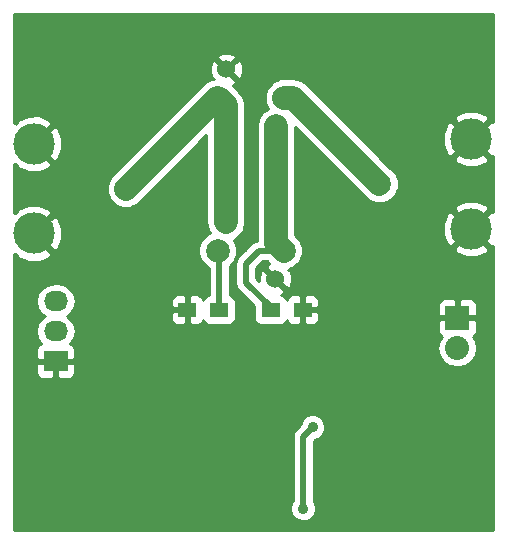
<source format=gbl>
%FSLAX46Y46*%
G04 Gerber Fmt 4.6, Leading zero omitted, Abs format (unit mm)*
G04 Created by KiCad (PCBNEW (2014-10-27 BZR 5228)-product) date 15/05/2015 07:51:36*
%MOMM*%
G01*
G04 APERTURE LIST*
%ADD10C,0.100000*%
%ADD11R,2.032000X2.032000*%
%ADD12O,2.032000X2.032000*%
%ADD13C,6.350000*%
%ADD14R,2.032000X1.727200*%
%ADD15O,2.032000X1.727200*%
%ADD16C,3.500000*%
%ADD17C,2.000000*%
%ADD18R,1.500000X1.300000*%
%ADD19C,1.998980*%
%ADD20C,1.524000*%
%ADD21C,0.889000*%
%ADD22C,0.500000*%
%ADD23C,2.000000*%
%ADD24C,0.254000*%
G04 APERTURE END LIST*
D10*
D11*
X160250000Y-126400000D03*
D12*
X160250000Y-128940000D03*
D13*
X126100000Y-141000000D03*
X159900000Y-141050000D03*
D14*
X126250000Y-130050000D03*
D15*
X126250000Y-127510000D03*
X126250000Y-124970000D03*
D16*
X124400000Y-111650000D03*
X124400000Y-119250000D03*
D17*
X132200000Y-115450000D03*
D16*
X161450000Y-118850000D03*
X161450000Y-111250000D03*
D17*
X153650000Y-115050000D03*
D18*
X144450000Y-125700000D03*
X147150000Y-125700000D03*
X137400000Y-125700000D03*
X140100000Y-125700000D03*
D19*
X145542000Y-120696000D03*
X139954000Y-120696000D03*
D20*
X140650000Y-118300000D03*
X144850000Y-123100000D03*
D19*
X140008000Y-107754000D03*
X145596000Y-107754000D03*
D20*
X144900000Y-110150000D03*
X140700000Y-105350000D03*
D13*
X159950000Y-103900000D03*
X126050000Y-103900000D03*
D21*
X124100000Y-135850000D03*
X155150000Y-140650000D03*
X133150000Y-142700000D03*
X134700000Y-130550000D03*
X150950000Y-130450000D03*
X139200000Y-140600000D03*
X147200000Y-142550000D03*
X148000000Y-135650000D03*
D22*
X147200000Y-136450000D02*
X147200000Y-142550000D01*
X148000000Y-135650000D02*
X147200000Y-136450000D01*
D23*
X145596000Y-107754000D02*
X146354000Y-107754000D01*
X146354000Y-107754000D02*
X153650000Y-115050000D01*
D22*
X144450000Y-125700000D02*
X144450000Y-125500000D01*
X144450000Y-125500000D02*
X142350000Y-123400000D01*
X142350000Y-123400000D02*
X142350000Y-121800000D01*
X142350000Y-121800000D02*
X143454000Y-120696000D01*
X143454000Y-120696000D02*
X145542000Y-120696000D01*
D23*
X144900000Y-110150000D02*
X144900000Y-120054000D01*
X144900000Y-120054000D02*
X145542000Y-120696000D01*
D22*
X140100000Y-125700000D02*
X140100000Y-120842000D01*
X140100000Y-120842000D02*
X139954000Y-120696000D01*
D23*
X140650000Y-118300000D02*
X140650000Y-108396000D01*
X140650000Y-108396000D02*
X140008000Y-107754000D01*
D24*
X140008000Y-107754000D02*
X139896000Y-107754000D01*
D23*
X139896000Y-107754000D02*
X132200000Y-115450000D01*
D24*
G36*
X163315000Y-144315000D02*
X162964923Y-144315000D01*
X162964923Y-120544528D01*
X161450000Y-119029605D01*
X161270395Y-119209210D01*
X161270395Y-118850000D01*
X159755472Y-117335077D01*
X159410729Y-117525364D01*
X159059044Y-118406591D01*
X159071359Y-119355323D01*
X159410729Y-120174636D01*
X159755472Y-120364923D01*
X161270395Y-118850000D01*
X161270395Y-119209210D01*
X159935077Y-120544528D01*
X160125364Y-120889271D01*
X161006591Y-121240956D01*
X161955323Y-121228641D01*
X162774636Y-120889271D01*
X162964923Y-120544528D01*
X162964923Y-144315000D01*
X161933345Y-144315000D01*
X161933345Y-128940000D01*
X161807670Y-128308190D01*
X161583034Y-127971998D01*
X161625698Y-127954327D01*
X161804327Y-127775699D01*
X161901000Y-127542310D01*
X161901000Y-127289691D01*
X161901000Y-126685750D01*
X161901000Y-126114250D01*
X161901000Y-125510309D01*
X161901000Y-125257690D01*
X161804327Y-125024301D01*
X161625698Y-124845673D01*
X161392309Y-124749000D01*
X160535750Y-124749000D01*
X160377000Y-124907750D01*
X160377000Y-126273000D01*
X161742250Y-126273000D01*
X161901000Y-126114250D01*
X161901000Y-126685750D01*
X161742250Y-126527000D01*
X160377000Y-126527000D01*
X160377000Y-126547000D01*
X160123000Y-126547000D01*
X160123000Y-126527000D01*
X160123000Y-126273000D01*
X160123000Y-124907750D01*
X159964250Y-124749000D01*
X159107691Y-124749000D01*
X158874302Y-124845673D01*
X158695673Y-125024301D01*
X158599000Y-125257690D01*
X158599000Y-125510309D01*
X158599000Y-126114250D01*
X158757750Y-126273000D01*
X160123000Y-126273000D01*
X160123000Y-126527000D01*
X158757750Y-126527000D01*
X158599000Y-126685750D01*
X158599000Y-127289691D01*
X158599000Y-127542310D01*
X158695673Y-127775699D01*
X158874302Y-127954327D01*
X158916965Y-127971998D01*
X158692330Y-128308190D01*
X158566655Y-128940000D01*
X158692330Y-129571810D01*
X159050222Y-130107433D01*
X159585845Y-130465325D01*
X160217655Y-130591000D01*
X160282345Y-130591000D01*
X160914155Y-130465325D01*
X161449778Y-130107433D01*
X161807670Y-129571810D01*
X161933345Y-128940000D01*
X161933345Y-144315000D01*
X155285284Y-144315000D01*
X155285284Y-114726205D01*
X155160543Y-114424312D01*
X155036894Y-114125057D01*
X154577363Y-113664722D01*
X154576675Y-113664436D01*
X147510120Y-106597880D01*
X146979688Y-106243457D01*
X146354000Y-106118999D01*
X146353994Y-106119000D01*
X145596000Y-106119000D01*
X145593453Y-106119506D01*
X145272306Y-106119226D01*
X144972879Y-106242946D01*
X144970313Y-106243457D01*
X144968156Y-106244898D01*
X144671345Y-106367538D01*
X144442060Y-106596423D01*
X144439880Y-106597880D01*
X144438436Y-106600041D01*
X144211154Y-106826927D01*
X144086911Y-107126135D01*
X144085457Y-107128313D01*
X144084950Y-107130858D01*
X143961794Y-107427453D01*
X143961510Y-107751431D01*
X143961000Y-107754000D01*
X143961506Y-107756546D01*
X143961226Y-108077694D01*
X144084946Y-108377120D01*
X144085457Y-108379687D01*
X144086898Y-108381843D01*
X144209538Y-108678655D01*
X144211983Y-108681104D01*
X143743880Y-108993880D01*
X143389457Y-109524313D01*
X143265000Y-110150000D01*
X143265000Y-119848594D01*
X143171515Y-119867189D01*
X143115325Y-119878367D01*
X142828210Y-120070210D01*
X142828207Y-120070213D01*
X142285001Y-120613419D01*
X142285001Y-108396000D01*
X142160543Y-107770313D01*
X142160543Y-107770312D01*
X142109144Y-107693387D01*
X142109144Y-105557698D01*
X142081362Y-105002632D01*
X141922397Y-104618857D01*
X141680213Y-104549392D01*
X141500608Y-104728997D01*
X141500608Y-104369787D01*
X141431143Y-104127603D01*
X140907698Y-103940856D01*
X140352632Y-103968638D01*
X139968857Y-104127603D01*
X139899392Y-104369787D01*
X140700000Y-105170395D01*
X141500608Y-104369787D01*
X141500608Y-104728997D01*
X140879605Y-105350000D01*
X141680213Y-106150608D01*
X141922397Y-106081143D01*
X142109144Y-105557698D01*
X142109144Y-107693387D01*
X141806120Y-107239880D01*
X141224310Y-106658070D01*
X141431143Y-106572397D01*
X141500608Y-106330213D01*
X140700000Y-105529605D01*
X140685857Y-105543747D01*
X140506252Y-105364142D01*
X140520395Y-105350000D01*
X139719787Y-104549392D01*
X139477603Y-104618857D01*
X139290856Y-105142302D01*
X139318638Y-105697368D01*
X139477603Y-106081143D01*
X139654013Y-106131742D01*
X139488849Y-106199987D01*
X139270313Y-106243457D01*
X139086666Y-106366165D01*
X139083345Y-106367538D01*
X139080779Y-106370099D01*
X138739881Y-106597880D01*
X131044316Y-114293443D01*
X130814722Y-114522637D01*
X130565284Y-115123352D01*
X130564716Y-115773795D01*
X130813106Y-116374943D01*
X131043880Y-116606120D01*
X131272637Y-116835278D01*
X131873352Y-117084716D01*
X132200000Y-117085001D01*
X132523795Y-117085284D01*
X132825688Y-116960543D01*
X133124943Y-116836894D01*
X133356120Y-116606120D01*
X133585278Y-116377363D01*
X133585562Y-116376677D01*
X139015000Y-110947239D01*
X139015000Y-118300000D01*
X139139457Y-118925687D01*
X139316623Y-119190836D01*
X139029345Y-119309538D01*
X138569154Y-119768927D01*
X138319794Y-120369453D01*
X138319226Y-121019694D01*
X138567538Y-121620655D01*
X139026927Y-122080846D01*
X139215000Y-122158940D01*
X139215000Y-124418599D01*
X138990302Y-124511673D01*
X138811673Y-124690301D01*
X138750000Y-124839192D01*
X138688327Y-124690301D01*
X138509698Y-124511673D01*
X138276309Y-124415000D01*
X137685750Y-124415000D01*
X137527000Y-124573750D01*
X137527000Y-125573000D01*
X137547000Y-125573000D01*
X137547000Y-125827000D01*
X137527000Y-125827000D01*
X137527000Y-126826250D01*
X137685750Y-126985000D01*
X138276309Y-126985000D01*
X138509698Y-126888327D01*
X138688327Y-126709699D01*
X138750000Y-126560806D01*
X138811673Y-126709698D01*
X138990301Y-126888327D01*
X139223690Y-126985000D01*
X139476309Y-126985000D01*
X140976309Y-126985000D01*
X141209698Y-126888327D01*
X141388327Y-126709699D01*
X141485000Y-126476310D01*
X141485000Y-126223691D01*
X141485000Y-124923691D01*
X141388327Y-124690302D01*
X141209699Y-124511673D01*
X140985000Y-124418599D01*
X140985000Y-121976302D01*
X141338846Y-121623073D01*
X141588206Y-121022547D01*
X141588774Y-120372306D01*
X141340462Y-119771345D01*
X141338016Y-119768895D01*
X141806120Y-119456120D01*
X142160543Y-118925687D01*
X142285000Y-118300000D01*
X142285000Y-108396005D01*
X142285000Y-108396000D01*
X142285001Y-108396000D01*
X142285001Y-120613419D01*
X141724210Y-121174210D01*
X141532367Y-121461325D01*
X141521189Y-121517515D01*
X141464999Y-121800000D01*
X141465000Y-121800005D01*
X141465000Y-123399994D01*
X141464999Y-123400000D01*
X141521189Y-123682484D01*
X141532367Y-123738675D01*
X141724210Y-124025790D01*
X143065000Y-125366579D01*
X143065000Y-126476309D01*
X143161673Y-126709698D01*
X143340301Y-126888327D01*
X143573690Y-126985000D01*
X143826309Y-126985000D01*
X145326309Y-126985000D01*
X145559698Y-126888327D01*
X145738327Y-126709699D01*
X145800000Y-126560807D01*
X145861673Y-126709699D01*
X146040302Y-126888327D01*
X146273691Y-126985000D01*
X146864250Y-126985000D01*
X147023000Y-126826250D01*
X147023000Y-125827000D01*
X147003000Y-125827000D01*
X147003000Y-125573000D01*
X147023000Y-125573000D01*
X147023000Y-124573750D01*
X146864250Y-124415000D01*
X146273691Y-124415000D01*
X146040302Y-124511673D01*
X145861673Y-124690301D01*
X145799999Y-124839193D01*
X145738327Y-124690302D01*
X145559699Y-124511673D01*
X145341944Y-124421476D01*
X145581143Y-124322397D01*
X145650608Y-124080213D01*
X144850000Y-123279605D01*
X144835857Y-123293747D01*
X144656252Y-123114142D01*
X144670395Y-123100000D01*
X143869787Y-122299392D01*
X143627603Y-122368857D01*
X143440856Y-122892302D01*
X143459137Y-123257557D01*
X143235000Y-123033420D01*
X143235000Y-122166579D01*
X143820579Y-121581000D01*
X144114760Y-121581000D01*
X144325689Y-121791929D01*
X144118857Y-121877603D01*
X144049392Y-122119787D01*
X144850000Y-122920395D01*
X144864142Y-122906252D01*
X145043747Y-123085857D01*
X145029605Y-123100000D01*
X145830213Y-123900608D01*
X146072397Y-123831143D01*
X146259144Y-123307698D01*
X146231362Y-122752632D01*
X146072397Y-122368857D01*
X145895986Y-122318257D01*
X146165119Y-122207053D01*
X146167688Y-122206543D01*
X146169846Y-122205100D01*
X146466655Y-122082462D01*
X146695939Y-121853576D01*
X146698120Y-121852120D01*
X146699563Y-121849958D01*
X146926846Y-121623073D01*
X147051087Y-121323866D01*
X147052543Y-121321688D01*
X147053049Y-121319140D01*
X147176206Y-121022547D01*
X147176488Y-120698573D01*
X147177001Y-120696000D01*
X147176493Y-120693448D01*
X147176774Y-120372306D01*
X147053053Y-120072880D01*
X147052543Y-120070312D01*
X147051100Y-120068153D01*
X146928462Y-119771345D01*
X146699576Y-119542060D01*
X146698120Y-119539880D01*
X146535000Y-119376760D01*
X146535000Y-110247239D01*
X152492871Y-116205110D01*
X152722637Y-116435278D01*
X153323352Y-116684716D01*
X153973795Y-116685284D01*
X154275688Y-116560543D01*
X154574943Y-116436894D01*
X155035278Y-115977363D01*
X155160543Y-115675688D01*
X155284716Y-115376648D01*
X155285284Y-114726205D01*
X155285284Y-144315000D01*
X149079687Y-144315000D01*
X149079687Y-135436216D01*
X148915689Y-135039311D01*
X148612286Y-134735378D01*
X148535000Y-134703285D01*
X148535000Y-126476310D01*
X148535000Y-126223691D01*
X148535000Y-125985750D01*
X148535000Y-125414250D01*
X148535000Y-125176309D01*
X148535000Y-124923690D01*
X148438327Y-124690301D01*
X148259698Y-124511673D01*
X148026309Y-124415000D01*
X147435750Y-124415000D01*
X147277000Y-124573750D01*
X147277000Y-125573000D01*
X148376250Y-125573000D01*
X148535000Y-125414250D01*
X148535000Y-125985750D01*
X148376250Y-125827000D01*
X147277000Y-125827000D01*
X147277000Y-126826250D01*
X147435750Y-126985000D01*
X148026309Y-126985000D01*
X148259698Y-126888327D01*
X148438327Y-126709699D01*
X148535000Y-126476310D01*
X148535000Y-134703285D01*
X148215668Y-134570687D01*
X147786216Y-134570313D01*
X147389311Y-134734311D01*
X147085378Y-135037714D01*
X146920687Y-135434332D01*
X146920649Y-135477771D01*
X146574210Y-135824210D01*
X146382367Y-136111325D01*
X146371189Y-136167515D01*
X146314999Y-136450000D01*
X146315000Y-136450005D01*
X146315000Y-141908143D01*
X146285378Y-141937714D01*
X146120687Y-142334332D01*
X146120313Y-142763784D01*
X146284311Y-143160689D01*
X146587714Y-143464622D01*
X146984332Y-143629313D01*
X147413784Y-143629687D01*
X147810689Y-143465689D01*
X148114622Y-143162286D01*
X148279313Y-142765668D01*
X148279687Y-142336216D01*
X148115689Y-141939311D01*
X148085000Y-141908568D01*
X148085000Y-136816579D01*
X148171929Y-136729650D01*
X148213784Y-136729687D01*
X148610689Y-136565689D01*
X148914622Y-136262286D01*
X149079313Y-135865668D01*
X149079687Y-135436216D01*
X149079687Y-144315000D01*
X137273000Y-144315000D01*
X137273000Y-126826250D01*
X137273000Y-125827000D01*
X137273000Y-125573000D01*
X137273000Y-124573750D01*
X137114250Y-124415000D01*
X136523691Y-124415000D01*
X136290302Y-124511673D01*
X136111673Y-124690301D01*
X136015000Y-124923690D01*
X136015000Y-125176309D01*
X136015000Y-125414250D01*
X136173750Y-125573000D01*
X137273000Y-125573000D01*
X137273000Y-125827000D01*
X136173750Y-125827000D01*
X136015000Y-125985750D01*
X136015000Y-126223691D01*
X136015000Y-126476310D01*
X136111673Y-126709699D01*
X136290302Y-126888327D01*
X136523691Y-126985000D01*
X137114250Y-126985000D01*
X137273000Y-126826250D01*
X137273000Y-144315000D01*
X127933345Y-144315000D01*
X127933345Y-127510000D01*
X127819271Y-126936511D01*
X127494415Y-126450330D01*
X127179634Y-126240000D01*
X127494415Y-126029670D01*
X127819271Y-125543489D01*
X127933345Y-124970000D01*
X127819271Y-124396511D01*
X127494415Y-123910330D01*
X127008234Y-123585474D01*
X126790956Y-123542254D01*
X126790956Y-119693409D01*
X126790956Y-112093409D01*
X126778641Y-111144677D01*
X126439271Y-110325364D01*
X126094528Y-110135077D01*
X125914923Y-110314682D01*
X124579605Y-111650000D01*
X126094528Y-113164923D01*
X126439271Y-112974636D01*
X126790956Y-112093409D01*
X126790956Y-119693409D01*
X126778641Y-118744677D01*
X126439271Y-117925364D01*
X126094528Y-117735077D01*
X125914923Y-117914682D01*
X124579605Y-119250000D01*
X126094528Y-120764923D01*
X126439271Y-120574636D01*
X126790956Y-119693409D01*
X126790956Y-123542254D01*
X126434745Y-123471400D01*
X126065255Y-123471400D01*
X125914923Y-123501302D01*
X125491766Y-123585474D01*
X125005585Y-123910330D01*
X124680729Y-124396511D01*
X124566655Y-124970000D01*
X124680729Y-125543489D01*
X125005585Y-126029670D01*
X125320365Y-126240000D01*
X125005585Y-126450330D01*
X124680729Y-126936511D01*
X124566655Y-127510000D01*
X124680729Y-128083489D01*
X125005585Y-128569670D01*
X125027779Y-128584499D01*
X124874301Y-128648073D01*
X124695673Y-128826702D01*
X124599000Y-129060091D01*
X124599000Y-129764250D01*
X124757750Y-129923000D01*
X126123000Y-129923000D01*
X126123000Y-129903000D01*
X126377000Y-129903000D01*
X126377000Y-129923000D01*
X127742250Y-129923000D01*
X127901000Y-129764250D01*
X127901000Y-129060091D01*
X127804327Y-128826702D01*
X127625699Y-128648073D01*
X127472220Y-128584499D01*
X127494415Y-128569670D01*
X127819271Y-128083489D01*
X127933345Y-127510000D01*
X127933345Y-144315000D01*
X127901000Y-144315000D01*
X127901000Y-131039909D01*
X127901000Y-130335750D01*
X127742250Y-130177000D01*
X126377000Y-130177000D01*
X126377000Y-131389850D01*
X126535750Y-131548600D01*
X127139691Y-131548600D01*
X127392310Y-131548600D01*
X127625699Y-131451927D01*
X127804327Y-131273298D01*
X127901000Y-131039909D01*
X127901000Y-144315000D01*
X126123000Y-144315000D01*
X126123000Y-131389850D01*
X126123000Y-130177000D01*
X124757750Y-130177000D01*
X124599000Y-130335750D01*
X124599000Y-131039909D01*
X124695673Y-131273298D01*
X124874301Y-131451927D01*
X125107690Y-131548600D01*
X125360309Y-131548600D01*
X125964250Y-131548600D01*
X126123000Y-131389850D01*
X126123000Y-144315000D01*
X122685000Y-144315000D01*
X122685000Y-120970460D01*
X122772074Y-121057534D01*
X122885078Y-120944529D01*
X123075364Y-121289271D01*
X123956591Y-121640956D01*
X124905323Y-121628641D01*
X125724636Y-121289271D01*
X125914923Y-120944528D01*
X124400000Y-119429605D01*
X124385857Y-119443747D01*
X124206252Y-119264142D01*
X124220395Y-119250000D01*
X124206252Y-119235857D01*
X124385857Y-119056252D01*
X124400000Y-119070395D01*
X125914923Y-117555472D01*
X125724636Y-117210729D01*
X124843409Y-116859044D01*
X123894677Y-116871359D01*
X123075364Y-117210729D01*
X122885078Y-117555470D01*
X122772074Y-117442466D01*
X122685000Y-117529540D01*
X122685000Y-113370460D01*
X122772074Y-113457534D01*
X122885078Y-113344529D01*
X123075364Y-113689271D01*
X123956591Y-114040956D01*
X124905323Y-114028641D01*
X125724636Y-113689271D01*
X125914923Y-113344528D01*
X124400000Y-111829605D01*
X124385857Y-111843747D01*
X124206252Y-111664142D01*
X124220395Y-111650000D01*
X124206252Y-111635857D01*
X124385857Y-111456252D01*
X124400000Y-111470395D01*
X125914923Y-109955472D01*
X125724636Y-109610729D01*
X124843409Y-109259044D01*
X123894677Y-109271359D01*
X123075364Y-109610729D01*
X122885078Y-109955470D01*
X122772074Y-109842466D01*
X122685000Y-109929540D01*
X122685000Y-100685000D01*
X163315000Y-100685000D01*
X163315000Y-109829172D01*
X163144528Y-109735077D01*
X162964923Y-109914682D01*
X162964923Y-109555472D01*
X162774636Y-109210729D01*
X161893409Y-108859044D01*
X160944677Y-108871359D01*
X160125364Y-109210729D01*
X159935077Y-109555472D01*
X161450000Y-111070395D01*
X162964923Y-109555472D01*
X162964923Y-109914682D01*
X161629605Y-111250000D01*
X163144528Y-112764923D01*
X163315000Y-112670827D01*
X163315000Y-117429172D01*
X163144528Y-117335077D01*
X162964923Y-117514682D01*
X162964923Y-117155472D01*
X162964923Y-112944528D01*
X161450000Y-111429605D01*
X161270395Y-111609210D01*
X161270395Y-111250000D01*
X159755472Y-109735077D01*
X159410729Y-109925364D01*
X159059044Y-110806591D01*
X159071359Y-111755323D01*
X159410729Y-112574636D01*
X159755472Y-112764923D01*
X161270395Y-111250000D01*
X161270395Y-111609210D01*
X159935077Y-112944528D01*
X160125364Y-113289271D01*
X161006591Y-113640956D01*
X161955323Y-113628641D01*
X162774636Y-113289271D01*
X162964923Y-112944528D01*
X162964923Y-117155472D01*
X162774636Y-116810729D01*
X161893409Y-116459044D01*
X160944677Y-116471359D01*
X160125364Y-116810729D01*
X159935077Y-117155472D01*
X161450000Y-118670395D01*
X162964923Y-117155472D01*
X162964923Y-117514682D01*
X161629605Y-118850000D01*
X163144528Y-120364923D01*
X163315000Y-120270827D01*
X163315000Y-144315000D01*
X163315000Y-144315000D01*
G37*
X163315000Y-144315000D02*
X162964923Y-144315000D01*
X162964923Y-120544528D01*
X161450000Y-119029605D01*
X161270395Y-119209210D01*
X161270395Y-118850000D01*
X159755472Y-117335077D01*
X159410729Y-117525364D01*
X159059044Y-118406591D01*
X159071359Y-119355323D01*
X159410729Y-120174636D01*
X159755472Y-120364923D01*
X161270395Y-118850000D01*
X161270395Y-119209210D01*
X159935077Y-120544528D01*
X160125364Y-120889271D01*
X161006591Y-121240956D01*
X161955323Y-121228641D01*
X162774636Y-120889271D01*
X162964923Y-120544528D01*
X162964923Y-144315000D01*
X161933345Y-144315000D01*
X161933345Y-128940000D01*
X161807670Y-128308190D01*
X161583034Y-127971998D01*
X161625698Y-127954327D01*
X161804327Y-127775699D01*
X161901000Y-127542310D01*
X161901000Y-127289691D01*
X161901000Y-126685750D01*
X161901000Y-126114250D01*
X161901000Y-125510309D01*
X161901000Y-125257690D01*
X161804327Y-125024301D01*
X161625698Y-124845673D01*
X161392309Y-124749000D01*
X160535750Y-124749000D01*
X160377000Y-124907750D01*
X160377000Y-126273000D01*
X161742250Y-126273000D01*
X161901000Y-126114250D01*
X161901000Y-126685750D01*
X161742250Y-126527000D01*
X160377000Y-126527000D01*
X160377000Y-126547000D01*
X160123000Y-126547000D01*
X160123000Y-126527000D01*
X160123000Y-126273000D01*
X160123000Y-124907750D01*
X159964250Y-124749000D01*
X159107691Y-124749000D01*
X158874302Y-124845673D01*
X158695673Y-125024301D01*
X158599000Y-125257690D01*
X158599000Y-125510309D01*
X158599000Y-126114250D01*
X158757750Y-126273000D01*
X160123000Y-126273000D01*
X160123000Y-126527000D01*
X158757750Y-126527000D01*
X158599000Y-126685750D01*
X158599000Y-127289691D01*
X158599000Y-127542310D01*
X158695673Y-127775699D01*
X158874302Y-127954327D01*
X158916965Y-127971998D01*
X158692330Y-128308190D01*
X158566655Y-128940000D01*
X158692330Y-129571810D01*
X159050222Y-130107433D01*
X159585845Y-130465325D01*
X160217655Y-130591000D01*
X160282345Y-130591000D01*
X160914155Y-130465325D01*
X161449778Y-130107433D01*
X161807670Y-129571810D01*
X161933345Y-128940000D01*
X161933345Y-144315000D01*
X155285284Y-144315000D01*
X155285284Y-114726205D01*
X155160543Y-114424312D01*
X155036894Y-114125057D01*
X154577363Y-113664722D01*
X154576675Y-113664436D01*
X147510120Y-106597880D01*
X146979688Y-106243457D01*
X146354000Y-106118999D01*
X146353994Y-106119000D01*
X145596000Y-106119000D01*
X145593453Y-106119506D01*
X145272306Y-106119226D01*
X144972879Y-106242946D01*
X144970313Y-106243457D01*
X144968156Y-106244898D01*
X144671345Y-106367538D01*
X144442060Y-106596423D01*
X144439880Y-106597880D01*
X144438436Y-106600041D01*
X144211154Y-106826927D01*
X144086911Y-107126135D01*
X144085457Y-107128313D01*
X144084950Y-107130858D01*
X143961794Y-107427453D01*
X143961510Y-107751431D01*
X143961000Y-107754000D01*
X143961506Y-107756546D01*
X143961226Y-108077694D01*
X144084946Y-108377120D01*
X144085457Y-108379687D01*
X144086898Y-108381843D01*
X144209538Y-108678655D01*
X144211983Y-108681104D01*
X143743880Y-108993880D01*
X143389457Y-109524313D01*
X143265000Y-110150000D01*
X143265000Y-119848594D01*
X143171515Y-119867189D01*
X143115325Y-119878367D01*
X142828210Y-120070210D01*
X142828207Y-120070213D01*
X142285001Y-120613419D01*
X142285001Y-108396000D01*
X142160543Y-107770313D01*
X142160543Y-107770312D01*
X142109144Y-107693387D01*
X142109144Y-105557698D01*
X142081362Y-105002632D01*
X141922397Y-104618857D01*
X141680213Y-104549392D01*
X141500608Y-104728997D01*
X141500608Y-104369787D01*
X141431143Y-104127603D01*
X140907698Y-103940856D01*
X140352632Y-103968638D01*
X139968857Y-104127603D01*
X139899392Y-104369787D01*
X140700000Y-105170395D01*
X141500608Y-104369787D01*
X141500608Y-104728997D01*
X140879605Y-105350000D01*
X141680213Y-106150608D01*
X141922397Y-106081143D01*
X142109144Y-105557698D01*
X142109144Y-107693387D01*
X141806120Y-107239880D01*
X141224310Y-106658070D01*
X141431143Y-106572397D01*
X141500608Y-106330213D01*
X140700000Y-105529605D01*
X140685857Y-105543747D01*
X140506252Y-105364142D01*
X140520395Y-105350000D01*
X139719787Y-104549392D01*
X139477603Y-104618857D01*
X139290856Y-105142302D01*
X139318638Y-105697368D01*
X139477603Y-106081143D01*
X139654013Y-106131742D01*
X139488849Y-106199987D01*
X139270313Y-106243457D01*
X139086666Y-106366165D01*
X139083345Y-106367538D01*
X139080779Y-106370099D01*
X138739881Y-106597880D01*
X131044316Y-114293443D01*
X130814722Y-114522637D01*
X130565284Y-115123352D01*
X130564716Y-115773795D01*
X130813106Y-116374943D01*
X131043880Y-116606120D01*
X131272637Y-116835278D01*
X131873352Y-117084716D01*
X132200000Y-117085001D01*
X132523795Y-117085284D01*
X132825688Y-116960543D01*
X133124943Y-116836894D01*
X133356120Y-116606120D01*
X133585278Y-116377363D01*
X133585562Y-116376677D01*
X139015000Y-110947239D01*
X139015000Y-118300000D01*
X139139457Y-118925687D01*
X139316623Y-119190836D01*
X139029345Y-119309538D01*
X138569154Y-119768927D01*
X138319794Y-120369453D01*
X138319226Y-121019694D01*
X138567538Y-121620655D01*
X139026927Y-122080846D01*
X139215000Y-122158940D01*
X139215000Y-124418599D01*
X138990302Y-124511673D01*
X138811673Y-124690301D01*
X138750000Y-124839192D01*
X138688327Y-124690301D01*
X138509698Y-124511673D01*
X138276309Y-124415000D01*
X137685750Y-124415000D01*
X137527000Y-124573750D01*
X137527000Y-125573000D01*
X137547000Y-125573000D01*
X137547000Y-125827000D01*
X137527000Y-125827000D01*
X137527000Y-126826250D01*
X137685750Y-126985000D01*
X138276309Y-126985000D01*
X138509698Y-126888327D01*
X138688327Y-126709699D01*
X138750000Y-126560806D01*
X138811673Y-126709698D01*
X138990301Y-126888327D01*
X139223690Y-126985000D01*
X139476309Y-126985000D01*
X140976309Y-126985000D01*
X141209698Y-126888327D01*
X141388327Y-126709699D01*
X141485000Y-126476310D01*
X141485000Y-126223691D01*
X141485000Y-124923691D01*
X141388327Y-124690302D01*
X141209699Y-124511673D01*
X140985000Y-124418599D01*
X140985000Y-121976302D01*
X141338846Y-121623073D01*
X141588206Y-121022547D01*
X141588774Y-120372306D01*
X141340462Y-119771345D01*
X141338016Y-119768895D01*
X141806120Y-119456120D01*
X142160543Y-118925687D01*
X142285000Y-118300000D01*
X142285000Y-108396005D01*
X142285000Y-108396000D01*
X142285001Y-108396000D01*
X142285001Y-120613419D01*
X141724210Y-121174210D01*
X141532367Y-121461325D01*
X141521189Y-121517515D01*
X141464999Y-121800000D01*
X141465000Y-121800005D01*
X141465000Y-123399994D01*
X141464999Y-123400000D01*
X141521189Y-123682484D01*
X141532367Y-123738675D01*
X141724210Y-124025790D01*
X143065000Y-125366579D01*
X143065000Y-126476309D01*
X143161673Y-126709698D01*
X143340301Y-126888327D01*
X143573690Y-126985000D01*
X143826309Y-126985000D01*
X145326309Y-126985000D01*
X145559698Y-126888327D01*
X145738327Y-126709699D01*
X145800000Y-126560807D01*
X145861673Y-126709699D01*
X146040302Y-126888327D01*
X146273691Y-126985000D01*
X146864250Y-126985000D01*
X147023000Y-126826250D01*
X147023000Y-125827000D01*
X147003000Y-125827000D01*
X147003000Y-125573000D01*
X147023000Y-125573000D01*
X147023000Y-124573750D01*
X146864250Y-124415000D01*
X146273691Y-124415000D01*
X146040302Y-124511673D01*
X145861673Y-124690301D01*
X145799999Y-124839193D01*
X145738327Y-124690302D01*
X145559699Y-124511673D01*
X145341944Y-124421476D01*
X145581143Y-124322397D01*
X145650608Y-124080213D01*
X144850000Y-123279605D01*
X144835857Y-123293747D01*
X144656252Y-123114142D01*
X144670395Y-123100000D01*
X143869787Y-122299392D01*
X143627603Y-122368857D01*
X143440856Y-122892302D01*
X143459137Y-123257557D01*
X143235000Y-123033420D01*
X143235000Y-122166579D01*
X143820579Y-121581000D01*
X144114760Y-121581000D01*
X144325689Y-121791929D01*
X144118857Y-121877603D01*
X144049392Y-122119787D01*
X144850000Y-122920395D01*
X144864142Y-122906252D01*
X145043747Y-123085857D01*
X145029605Y-123100000D01*
X145830213Y-123900608D01*
X146072397Y-123831143D01*
X146259144Y-123307698D01*
X146231362Y-122752632D01*
X146072397Y-122368857D01*
X145895986Y-122318257D01*
X146165119Y-122207053D01*
X146167688Y-122206543D01*
X146169846Y-122205100D01*
X146466655Y-122082462D01*
X146695939Y-121853576D01*
X146698120Y-121852120D01*
X146699563Y-121849958D01*
X146926846Y-121623073D01*
X147051087Y-121323866D01*
X147052543Y-121321688D01*
X147053049Y-121319140D01*
X147176206Y-121022547D01*
X147176488Y-120698573D01*
X147177001Y-120696000D01*
X147176493Y-120693448D01*
X147176774Y-120372306D01*
X147053053Y-120072880D01*
X147052543Y-120070312D01*
X147051100Y-120068153D01*
X146928462Y-119771345D01*
X146699576Y-119542060D01*
X146698120Y-119539880D01*
X146535000Y-119376760D01*
X146535000Y-110247239D01*
X152492871Y-116205110D01*
X152722637Y-116435278D01*
X153323352Y-116684716D01*
X153973795Y-116685284D01*
X154275688Y-116560543D01*
X154574943Y-116436894D01*
X155035278Y-115977363D01*
X155160543Y-115675688D01*
X155284716Y-115376648D01*
X155285284Y-114726205D01*
X155285284Y-144315000D01*
X149079687Y-144315000D01*
X149079687Y-135436216D01*
X148915689Y-135039311D01*
X148612286Y-134735378D01*
X148535000Y-134703285D01*
X148535000Y-126476310D01*
X148535000Y-126223691D01*
X148535000Y-125985750D01*
X148535000Y-125414250D01*
X148535000Y-125176309D01*
X148535000Y-124923690D01*
X148438327Y-124690301D01*
X148259698Y-124511673D01*
X148026309Y-124415000D01*
X147435750Y-124415000D01*
X147277000Y-124573750D01*
X147277000Y-125573000D01*
X148376250Y-125573000D01*
X148535000Y-125414250D01*
X148535000Y-125985750D01*
X148376250Y-125827000D01*
X147277000Y-125827000D01*
X147277000Y-126826250D01*
X147435750Y-126985000D01*
X148026309Y-126985000D01*
X148259698Y-126888327D01*
X148438327Y-126709699D01*
X148535000Y-126476310D01*
X148535000Y-134703285D01*
X148215668Y-134570687D01*
X147786216Y-134570313D01*
X147389311Y-134734311D01*
X147085378Y-135037714D01*
X146920687Y-135434332D01*
X146920649Y-135477771D01*
X146574210Y-135824210D01*
X146382367Y-136111325D01*
X146371189Y-136167515D01*
X146314999Y-136450000D01*
X146315000Y-136450005D01*
X146315000Y-141908143D01*
X146285378Y-141937714D01*
X146120687Y-142334332D01*
X146120313Y-142763784D01*
X146284311Y-143160689D01*
X146587714Y-143464622D01*
X146984332Y-143629313D01*
X147413784Y-143629687D01*
X147810689Y-143465689D01*
X148114622Y-143162286D01*
X148279313Y-142765668D01*
X148279687Y-142336216D01*
X148115689Y-141939311D01*
X148085000Y-141908568D01*
X148085000Y-136816579D01*
X148171929Y-136729650D01*
X148213784Y-136729687D01*
X148610689Y-136565689D01*
X148914622Y-136262286D01*
X149079313Y-135865668D01*
X149079687Y-135436216D01*
X149079687Y-144315000D01*
X137273000Y-144315000D01*
X137273000Y-126826250D01*
X137273000Y-125827000D01*
X137273000Y-125573000D01*
X137273000Y-124573750D01*
X137114250Y-124415000D01*
X136523691Y-124415000D01*
X136290302Y-124511673D01*
X136111673Y-124690301D01*
X136015000Y-124923690D01*
X136015000Y-125176309D01*
X136015000Y-125414250D01*
X136173750Y-125573000D01*
X137273000Y-125573000D01*
X137273000Y-125827000D01*
X136173750Y-125827000D01*
X136015000Y-125985750D01*
X136015000Y-126223691D01*
X136015000Y-126476310D01*
X136111673Y-126709699D01*
X136290302Y-126888327D01*
X136523691Y-126985000D01*
X137114250Y-126985000D01*
X137273000Y-126826250D01*
X137273000Y-144315000D01*
X127933345Y-144315000D01*
X127933345Y-127510000D01*
X127819271Y-126936511D01*
X127494415Y-126450330D01*
X127179634Y-126240000D01*
X127494415Y-126029670D01*
X127819271Y-125543489D01*
X127933345Y-124970000D01*
X127819271Y-124396511D01*
X127494415Y-123910330D01*
X127008234Y-123585474D01*
X126790956Y-123542254D01*
X126790956Y-119693409D01*
X126790956Y-112093409D01*
X126778641Y-111144677D01*
X126439271Y-110325364D01*
X126094528Y-110135077D01*
X125914923Y-110314682D01*
X124579605Y-111650000D01*
X126094528Y-113164923D01*
X126439271Y-112974636D01*
X126790956Y-112093409D01*
X126790956Y-119693409D01*
X126778641Y-118744677D01*
X126439271Y-117925364D01*
X126094528Y-117735077D01*
X125914923Y-117914682D01*
X124579605Y-119250000D01*
X126094528Y-120764923D01*
X126439271Y-120574636D01*
X126790956Y-119693409D01*
X126790956Y-123542254D01*
X126434745Y-123471400D01*
X126065255Y-123471400D01*
X125914923Y-123501302D01*
X125491766Y-123585474D01*
X125005585Y-123910330D01*
X124680729Y-124396511D01*
X124566655Y-124970000D01*
X124680729Y-125543489D01*
X125005585Y-126029670D01*
X125320365Y-126240000D01*
X125005585Y-126450330D01*
X124680729Y-126936511D01*
X124566655Y-127510000D01*
X124680729Y-128083489D01*
X125005585Y-128569670D01*
X125027779Y-128584499D01*
X124874301Y-128648073D01*
X124695673Y-128826702D01*
X124599000Y-129060091D01*
X124599000Y-129764250D01*
X124757750Y-129923000D01*
X126123000Y-129923000D01*
X126123000Y-129903000D01*
X126377000Y-129903000D01*
X126377000Y-129923000D01*
X127742250Y-129923000D01*
X127901000Y-129764250D01*
X127901000Y-129060091D01*
X127804327Y-128826702D01*
X127625699Y-128648073D01*
X127472220Y-128584499D01*
X127494415Y-128569670D01*
X127819271Y-128083489D01*
X127933345Y-127510000D01*
X127933345Y-144315000D01*
X127901000Y-144315000D01*
X127901000Y-131039909D01*
X127901000Y-130335750D01*
X127742250Y-130177000D01*
X126377000Y-130177000D01*
X126377000Y-131389850D01*
X126535750Y-131548600D01*
X127139691Y-131548600D01*
X127392310Y-131548600D01*
X127625699Y-131451927D01*
X127804327Y-131273298D01*
X127901000Y-131039909D01*
X127901000Y-144315000D01*
X126123000Y-144315000D01*
X126123000Y-131389850D01*
X126123000Y-130177000D01*
X124757750Y-130177000D01*
X124599000Y-130335750D01*
X124599000Y-131039909D01*
X124695673Y-131273298D01*
X124874301Y-131451927D01*
X125107690Y-131548600D01*
X125360309Y-131548600D01*
X125964250Y-131548600D01*
X126123000Y-131389850D01*
X126123000Y-144315000D01*
X122685000Y-144315000D01*
X122685000Y-120970460D01*
X122772074Y-121057534D01*
X122885078Y-120944529D01*
X123075364Y-121289271D01*
X123956591Y-121640956D01*
X124905323Y-121628641D01*
X125724636Y-121289271D01*
X125914923Y-120944528D01*
X124400000Y-119429605D01*
X124385857Y-119443747D01*
X124206252Y-119264142D01*
X124220395Y-119250000D01*
X124206252Y-119235857D01*
X124385857Y-119056252D01*
X124400000Y-119070395D01*
X125914923Y-117555472D01*
X125724636Y-117210729D01*
X124843409Y-116859044D01*
X123894677Y-116871359D01*
X123075364Y-117210729D01*
X122885078Y-117555470D01*
X122772074Y-117442466D01*
X122685000Y-117529540D01*
X122685000Y-113370460D01*
X122772074Y-113457534D01*
X122885078Y-113344529D01*
X123075364Y-113689271D01*
X123956591Y-114040956D01*
X124905323Y-114028641D01*
X125724636Y-113689271D01*
X125914923Y-113344528D01*
X124400000Y-111829605D01*
X124385857Y-111843747D01*
X124206252Y-111664142D01*
X124220395Y-111650000D01*
X124206252Y-111635857D01*
X124385857Y-111456252D01*
X124400000Y-111470395D01*
X125914923Y-109955472D01*
X125724636Y-109610729D01*
X124843409Y-109259044D01*
X123894677Y-109271359D01*
X123075364Y-109610729D01*
X122885078Y-109955470D01*
X122772074Y-109842466D01*
X122685000Y-109929540D01*
X122685000Y-100685000D01*
X163315000Y-100685000D01*
X163315000Y-109829172D01*
X163144528Y-109735077D01*
X162964923Y-109914682D01*
X162964923Y-109555472D01*
X162774636Y-109210729D01*
X161893409Y-108859044D01*
X160944677Y-108871359D01*
X160125364Y-109210729D01*
X159935077Y-109555472D01*
X161450000Y-111070395D01*
X162964923Y-109555472D01*
X162964923Y-109914682D01*
X161629605Y-111250000D01*
X163144528Y-112764923D01*
X163315000Y-112670827D01*
X163315000Y-117429172D01*
X163144528Y-117335077D01*
X162964923Y-117514682D01*
X162964923Y-117155472D01*
X162964923Y-112944528D01*
X161450000Y-111429605D01*
X161270395Y-111609210D01*
X161270395Y-111250000D01*
X159755472Y-109735077D01*
X159410729Y-109925364D01*
X159059044Y-110806591D01*
X159071359Y-111755323D01*
X159410729Y-112574636D01*
X159755472Y-112764923D01*
X161270395Y-111250000D01*
X161270395Y-111609210D01*
X159935077Y-112944528D01*
X160125364Y-113289271D01*
X161006591Y-113640956D01*
X161955323Y-113628641D01*
X162774636Y-113289271D01*
X162964923Y-112944528D01*
X162964923Y-117155472D01*
X162774636Y-116810729D01*
X161893409Y-116459044D01*
X160944677Y-116471359D01*
X160125364Y-116810729D01*
X159935077Y-117155472D01*
X161450000Y-118670395D01*
X162964923Y-117155472D01*
X162964923Y-117514682D01*
X161629605Y-118850000D01*
X163144528Y-120364923D01*
X163315000Y-120270827D01*
X163315000Y-144315000D01*
M02*

</source>
